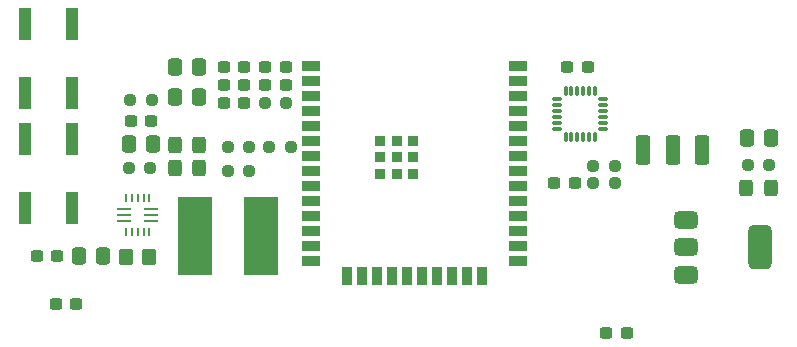
<source format=gbr>
%TF.GenerationSoftware,KiCad,Pcbnew,8.0.4*%
%TF.CreationDate,2025-04-19T21:16:23+05:30*%
%TF.ProjectId,Snakebot_pcb_dev,536e616b-6562-46f7-945f-7063625f6465,rev?*%
%TF.SameCoordinates,Original*%
%TF.FileFunction,Paste,Top*%
%TF.FilePolarity,Positive*%
%FSLAX46Y46*%
G04 Gerber Fmt 4.6, Leading zero omitted, Abs format (unit mm)*
G04 Created by KiCad (PCBNEW 8.0.4) date 2025-04-19 21:16:23*
%MOMM*%
%LPD*%
G01*
G04 APERTURE LIST*
G04 Aperture macros list*
%AMRoundRect*
0 Rectangle with rounded corners*
0 $1 Rounding radius*
0 $2 $3 $4 $5 $6 $7 $8 $9 X,Y pos of 4 corners*
0 Add a 4 corners polygon primitive as box body*
4,1,4,$2,$3,$4,$5,$6,$7,$8,$9,$2,$3,0*
0 Add four circle primitives for the rounded corners*
1,1,$1+$1,$2,$3*
1,1,$1+$1,$4,$5*
1,1,$1+$1,$6,$7*
1,1,$1+$1,$8,$9*
0 Add four rect primitives between the rounded corners*
20,1,$1+$1,$2,$3,$4,$5,0*
20,1,$1+$1,$4,$5,$6,$7,0*
20,1,$1+$1,$6,$7,$8,$9,0*
20,1,$1+$1,$8,$9,$2,$3,0*%
G04 Aperture macros list end*
%ADD10RoundRect,0.237500X0.250000X0.237500X-0.250000X0.237500X-0.250000X-0.237500X0.250000X-0.237500X0*%
%ADD11RoundRect,0.250000X-0.325000X-0.450000X0.325000X-0.450000X0.325000X0.450000X-0.325000X0.450000X0*%
%ADD12RoundRect,0.237500X-0.250000X-0.237500X0.250000X-0.237500X0.250000X0.237500X-0.250000X0.237500X0*%
%ADD13RoundRect,0.250000X-0.337500X-0.475000X0.337500X-0.475000X0.337500X0.475000X-0.337500X0.475000X0*%
%ADD14R,1.500000X0.900000*%
%ADD15R,0.900000X1.500000*%
%ADD16R,0.900000X0.900000*%
%ADD17RoundRect,0.237500X-0.300000X-0.237500X0.300000X-0.237500X0.300000X0.237500X-0.300000X0.237500X0*%
%ADD18RoundRect,0.237500X0.300000X0.237500X-0.300000X0.237500X-0.300000X-0.237500X0.300000X-0.237500X0*%
%ADD19R,2.850000X6.600000*%
%ADD20R,1.000000X2.800000*%
%ADD21RoundRect,0.075000X0.350000X0.075000X-0.350000X0.075000X-0.350000X-0.075000X0.350000X-0.075000X0*%
%ADD22RoundRect,0.075000X-0.075000X0.350000X-0.075000X-0.350000X0.075000X-0.350000X0.075000X0.350000X0*%
%ADD23RoundRect,0.375000X-0.625000X-0.375000X0.625000X-0.375000X0.625000X0.375000X-0.625000X0.375000X0*%
%ADD24RoundRect,0.500000X-0.500000X-1.400000X0.500000X-1.400000X0.500000X1.400000X-0.500000X1.400000X0*%
%ADD25RoundRect,0.250000X0.375000X1.000000X-0.375000X1.000000X-0.375000X-1.000000X0.375000X-1.000000X0*%
%ADD26RoundRect,0.250000X0.350000X0.450000X-0.350000X0.450000X-0.350000X-0.450000X0.350000X-0.450000X0*%
%ADD27RoundRect,0.250000X0.337500X0.475000X-0.337500X0.475000X-0.337500X-0.475000X0.337500X-0.475000X0*%
%ADD28R,1.295400X0.254000*%
%ADD29R,0.254000X0.711200*%
G04 APERTURE END LIST*
D10*
%TO.C,R4*%
X116912500Y-127500000D03*
X115087500Y-127500000D03*
%TD*%
D11*
%TO.C,D3*%
X107069000Y-129281300D03*
X109119000Y-129281300D03*
%TD*%
D12*
%TO.C,R5*%
X111587500Y-129500000D03*
X113412500Y-129500000D03*
%TD*%
D13*
%TO.C,C3*%
X107075000Y-123250000D03*
X109150000Y-123250000D03*
%TD*%
D14*
%TO.C,U1*%
X118650000Y-120630000D03*
X118650000Y-121900000D03*
X118650000Y-123170000D03*
X118650000Y-124440000D03*
X118650000Y-125710000D03*
X118650000Y-126980000D03*
X118650000Y-128250000D03*
X118650000Y-129520000D03*
X118650000Y-130790000D03*
X118650000Y-132060000D03*
X118650000Y-133330000D03*
X118650000Y-134600000D03*
X118650000Y-135870000D03*
X118650000Y-137140000D03*
D15*
X121690000Y-138390000D03*
X122960000Y-138390000D03*
X124230000Y-138390000D03*
X125500000Y-138390000D03*
X126770000Y-138390000D03*
X128040000Y-138390000D03*
X129310000Y-138390000D03*
X130580000Y-138390000D03*
X131850000Y-138390000D03*
X133120000Y-138390000D03*
D14*
X136150000Y-137140000D03*
X136150000Y-135870000D03*
X136150000Y-134600000D03*
X136150000Y-133330000D03*
X136150000Y-132060000D03*
X136150000Y-130790000D03*
X136150000Y-129520000D03*
X136150000Y-128250000D03*
X136150000Y-126980000D03*
X136150000Y-125710000D03*
X136150000Y-124440000D03*
X136150000Y-123170000D03*
X136150000Y-121900000D03*
X136150000Y-120630000D03*
D16*
X124500000Y-126950000D03*
X124500000Y-128350000D03*
X124500000Y-129750000D03*
X125900000Y-126950000D03*
X125900000Y-128350000D03*
X125900000Y-129750000D03*
X127300000Y-126950000D03*
X127300000Y-128350000D03*
X127300000Y-129750000D03*
%TD*%
D10*
%TO.C,R10*%
X144325000Y-130575000D03*
X142500000Y-130575000D03*
%TD*%
D13*
%TO.C,C12*%
X98962500Y-136750000D03*
X101037500Y-136750000D03*
%TD*%
D17*
%TO.C,C8*%
X143637500Y-143250000D03*
X145362500Y-143250000D03*
%TD*%
D18*
%TO.C,C13*%
X112975000Y-120750000D03*
X111250000Y-120750000D03*
%TD*%
%TO.C,C14*%
X112975000Y-122250000D03*
X111250000Y-122250000D03*
%TD*%
D11*
%TO.C,D1*%
X155487500Y-131000000D03*
X157537500Y-131000000D03*
%TD*%
D10*
%TO.C,R1*%
X116525000Y-123750000D03*
X114700000Y-123750000D03*
%TD*%
%TO.C,R9*%
X144325000Y-129075000D03*
X142500000Y-129075000D03*
%TD*%
D19*
%TO.C,L1*%
X114419000Y-135000000D03*
X108769000Y-135000000D03*
%TD*%
D20*
%TO.C,SW2*%
X94400000Y-132650000D03*
X94400000Y-126850000D03*
X98400000Y-132650000D03*
X98400000Y-126850000D03*
%TD*%
D18*
%TO.C,C16*%
X140937500Y-130575000D03*
X139212500Y-130575000D03*
%TD*%
D11*
%TO.C,D2*%
X107069000Y-127281300D03*
X109119000Y-127281300D03*
%TD*%
D18*
%TO.C,C1*%
X116475000Y-120750000D03*
X114750000Y-120750000D03*
%TD*%
%TO.C,C6*%
X112975000Y-123750000D03*
X111250000Y-123750000D03*
%TD*%
D20*
%TO.C,SW1*%
X94400000Y-122900000D03*
X94400000Y-117100000D03*
X98400000Y-122900000D03*
X98400000Y-117100000D03*
%TD*%
D13*
%TO.C,C4*%
X155512500Y-126750000D03*
X157587500Y-126750000D03*
%TD*%
D10*
%TO.C,R3*%
X113412500Y-127500000D03*
X111587500Y-127500000D03*
%TD*%
D12*
%TO.C,R7*%
X103206500Y-129281300D03*
X105031500Y-129281300D03*
%TD*%
D18*
%TO.C,C9*%
X105112500Y-125250000D03*
X103387500Y-125250000D03*
%TD*%
D21*
%TO.C,U4*%
X143376500Y-125950000D03*
X143376500Y-125450000D03*
X143376500Y-124950000D03*
X143376500Y-124450000D03*
X143376500Y-123950000D03*
X143376500Y-123450000D03*
D22*
X142676500Y-122750000D03*
X142176500Y-122750000D03*
X141676500Y-122750000D03*
X141176500Y-122750000D03*
X140676500Y-122750000D03*
X140176500Y-122750000D03*
D21*
X139476500Y-123450000D03*
X139476500Y-123950000D03*
X139476500Y-124450000D03*
X139476500Y-124950000D03*
X139476500Y-125450000D03*
X139476500Y-125950000D03*
D22*
X140176500Y-126650000D03*
X140676500Y-126650000D03*
X141176500Y-126650000D03*
X141676500Y-126650000D03*
X142176500Y-126650000D03*
X142676500Y-126650000D03*
%TD*%
D18*
%TO.C,C2*%
X116475000Y-122250000D03*
X114750000Y-122250000D03*
%TD*%
D17*
%TO.C,C15*%
X140314000Y-120750000D03*
X142039000Y-120750000D03*
%TD*%
D23*
%TO.C,U2*%
X150350000Y-133700000D03*
X150350000Y-136000000D03*
D24*
X156650000Y-136000000D03*
D23*
X150350000Y-138300000D03*
%TD*%
D17*
%TO.C,C10*%
X97000000Y-140750000D03*
X98725000Y-140750000D03*
%TD*%
D25*
%TO.C,SW3*%
X151750000Y-127750000D03*
X149250000Y-127750000D03*
X146750000Y-127750000D03*
%TD*%
D26*
%TO.C,R8*%
X104944000Y-136781300D03*
X102944000Y-136781300D03*
%TD*%
D27*
%TO.C,C5*%
X109150000Y-120750000D03*
X107075000Y-120750000D03*
%TD*%
D12*
%TO.C,R2*%
X155600000Y-129000000D03*
X157425000Y-129000000D03*
%TD*%
D28*
%TO.C,U3*%
X102794000Y-132781301D03*
X102794000Y-133281300D03*
X102794000Y-133781299D03*
D29*
X102943999Y-134731300D03*
X103444001Y-134731300D03*
X103944000Y-134731300D03*
X104443999Y-134731300D03*
X104944001Y-134731300D03*
D28*
X105094000Y-133781299D03*
X105094000Y-133281300D03*
X105094000Y-132781301D03*
D29*
X104944001Y-131831300D03*
X104443999Y-131831300D03*
X103944000Y-131831300D03*
X103444001Y-131831300D03*
X102943999Y-131831300D03*
%TD*%
D10*
%TO.C,R6*%
X105144000Y-123531300D03*
X103319000Y-123531300D03*
%TD*%
D13*
%TO.C,C11*%
X103212500Y-127250000D03*
X105287500Y-127250000D03*
%TD*%
D18*
%TO.C,C7*%
X97112500Y-136750000D03*
X95387500Y-136750000D03*
%TD*%
M02*

</source>
